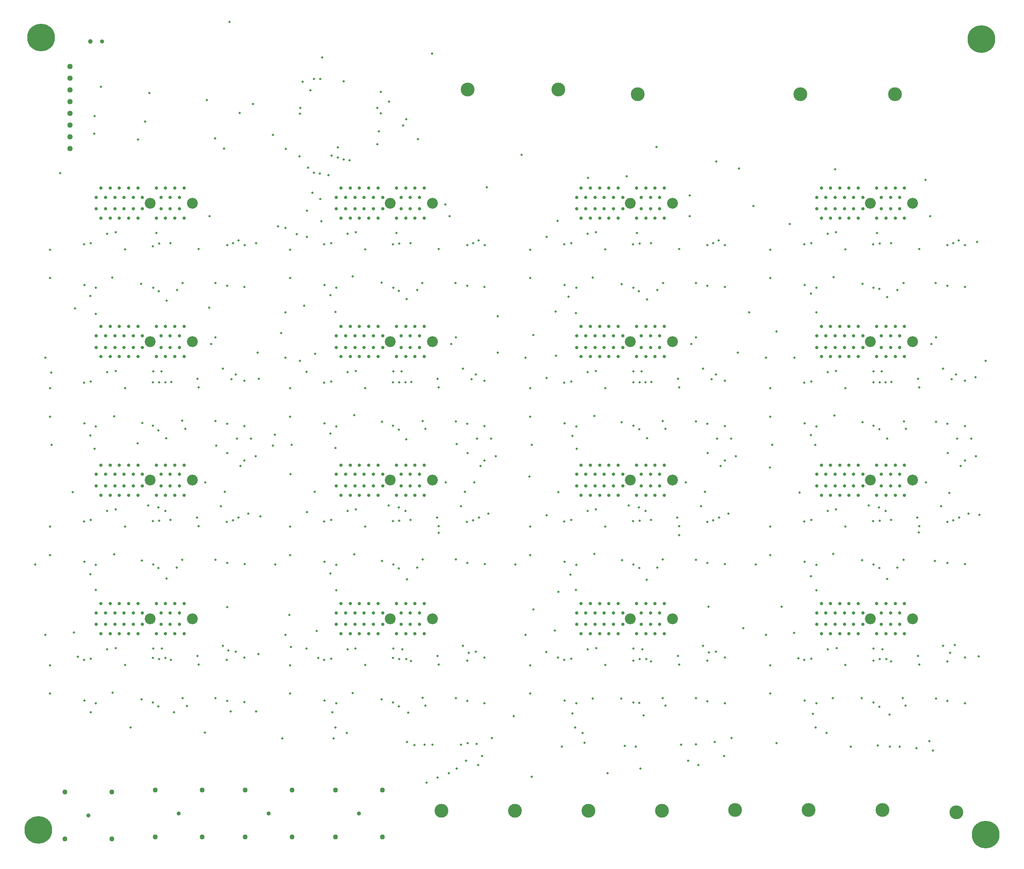
<source format=gbr>
G04 Generated by Ultiboard 13.0 *
%FSLAX34Y34*%
%MOMM*%

%ADD11C,3.0000*%
%ADD12C,0.7000*%
%ADD13C,2.3500*%
%ADD14C,0.5000*%
%ADD15C,0.9949*%
%ADD16C,0.8890*%
%ADD17C,1.1810*%
%ADD18C,1.1006*%
%ADD19C,6.0000*%


G04 ColorRGB 000000 for the following layer *
%LNDrill-Copper Top-Copper Bottom*%
%LPD*%
G54D11*
X1290000Y890000D03*
X921688Y900000D03*
X1642013Y890000D03*
X1846938Y890000D03*
X1117838Y900000D03*
X864276Y-661790D03*
X1023671Y-661790D03*
X1183066Y-661790D03*
X1342460Y-661790D03*
X1500605Y-660540D03*
X1660000Y-660540D03*
X1819395Y-660540D03*
X1980040Y-665460D03*
G54D12*
X137195Y641445D03*
X147195Y621445D03*
X157195Y641445D03*
X167195Y621445D03*
X177195Y641445D03*
X187195Y621445D03*
X197195Y641445D03*
X207195Y621445D03*
X217195Y641445D03*
X267195Y621445D03*
X247195Y621445D03*
X257195Y641445D03*
X287195Y621445D03*
X277195Y641445D03*
X307195Y621445D03*
X297195Y641445D03*
X117195Y666445D03*
X137195Y666445D03*
X157195Y666445D03*
X177195Y666445D03*
X197195Y666445D03*
X217195Y666445D03*
X257195Y666445D03*
X277195Y666445D03*
X297195Y666445D03*
X127195Y686445D03*
X147195Y686445D03*
X167195Y686445D03*
X187195Y686445D03*
X207195Y686445D03*
X247195Y686445D03*
X267195Y686445D03*
X287195Y686445D03*
X307195Y686445D03*
X117195Y641445D03*
X127195Y621445D03*
X137195Y41445D03*
X147195Y21445D03*
X157195Y41445D03*
X167195Y21445D03*
X177195Y41445D03*
X187195Y21445D03*
X197195Y41445D03*
X207195Y21445D03*
X217195Y41445D03*
X267195Y21445D03*
X247195Y21445D03*
X257195Y41445D03*
X287195Y21445D03*
X277195Y41445D03*
X307195Y21445D03*
X297195Y41445D03*
X117195Y66445D03*
X137195Y66445D03*
X157195Y66445D03*
X177195Y66445D03*
X197195Y66445D03*
X217195Y66445D03*
X257195Y66445D03*
X277195Y66445D03*
X297195Y66445D03*
X127195Y86445D03*
X147195Y86445D03*
X167195Y86445D03*
X187195Y86445D03*
X207195Y86445D03*
X247195Y86445D03*
X267195Y86445D03*
X287195Y86445D03*
X307195Y86445D03*
X117195Y41445D03*
X127195Y21445D03*
X137195Y341445D03*
X147195Y321445D03*
X157195Y341445D03*
X167195Y321445D03*
X177195Y341445D03*
X187195Y321445D03*
X197195Y341445D03*
X207195Y321445D03*
X217195Y341445D03*
X267195Y321445D03*
X247195Y321445D03*
X257195Y341445D03*
X287195Y321445D03*
X277195Y341445D03*
X307195Y321445D03*
X297195Y341445D03*
X117195Y366445D03*
X137195Y366445D03*
X157195Y366445D03*
X177195Y366445D03*
X197195Y366445D03*
X217195Y366445D03*
X257195Y366445D03*
X277195Y366445D03*
X297195Y366445D03*
X127195Y386445D03*
X147195Y386445D03*
X167195Y386445D03*
X187195Y386445D03*
X207195Y386445D03*
X247195Y386445D03*
X267195Y386445D03*
X287195Y386445D03*
X307195Y386445D03*
X117195Y341445D03*
X127195Y321445D03*
X137195Y-258555D03*
X147195Y-278555D03*
X157195Y-258555D03*
X167195Y-278555D03*
X177195Y-258555D03*
X187195Y-278555D03*
X197195Y-258555D03*
X207195Y-278555D03*
X217195Y-258555D03*
X267195Y-278555D03*
X247195Y-278555D03*
X257195Y-258555D03*
X287195Y-278555D03*
X277195Y-258555D03*
X307195Y-278555D03*
X297195Y-258555D03*
X117195Y-233555D03*
X137195Y-233555D03*
X157195Y-233555D03*
X177195Y-233555D03*
X197195Y-233555D03*
X217195Y-233555D03*
X257195Y-233555D03*
X277195Y-233555D03*
X297195Y-233555D03*
X127195Y-213555D03*
X147195Y-213555D03*
X167195Y-213555D03*
X187195Y-213555D03*
X207195Y-213555D03*
X247195Y-213555D03*
X267195Y-213555D03*
X287195Y-213555D03*
X307195Y-213555D03*
X117195Y-258555D03*
X127195Y-278555D03*
X657195Y641445D03*
X667195Y621445D03*
X677195Y641445D03*
X687195Y621445D03*
X697195Y641445D03*
X707195Y621445D03*
X717195Y641445D03*
X727195Y621445D03*
X737195Y641445D03*
X787195Y621445D03*
X767195Y621445D03*
X777195Y641445D03*
X807195Y621445D03*
X797195Y641445D03*
X827195Y621445D03*
X817195Y641445D03*
X637195Y666445D03*
X657195Y666445D03*
X677195Y666445D03*
X697195Y666445D03*
X717195Y666445D03*
X737195Y666445D03*
X777195Y666445D03*
X797195Y666445D03*
X817195Y666445D03*
X647195Y686445D03*
X667195Y686445D03*
X687195Y686445D03*
X707195Y686445D03*
X727195Y686445D03*
X767195Y686445D03*
X787195Y686445D03*
X807195Y686445D03*
X827195Y686445D03*
X637195Y641445D03*
X647195Y621445D03*
X657195Y341445D03*
X667195Y321445D03*
X677195Y341445D03*
X687195Y321445D03*
X697195Y341445D03*
X707195Y321445D03*
X717195Y341445D03*
X727195Y321445D03*
X737195Y341445D03*
X787195Y321445D03*
X767195Y321445D03*
X777195Y341445D03*
X807195Y321445D03*
X797195Y341445D03*
X827195Y321445D03*
X817195Y341445D03*
X637195Y366445D03*
X657195Y366445D03*
X677195Y366445D03*
X697195Y366445D03*
X717195Y366445D03*
X737195Y366445D03*
X777195Y366445D03*
X797195Y366445D03*
X817195Y366445D03*
X647195Y386445D03*
X667195Y386445D03*
X687195Y386445D03*
X707195Y386445D03*
X727195Y386445D03*
X767195Y386445D03*
X787195Y386445D03*
X807195Y386445D03*
X827195Y386445D03*
X637195Y341445D03*
X647195Y321445D03*
X657195Y41445D03*
X667195Y21445D03*
X677195Y41445D03*
X687195Y21445D03*
X697195Y41445D03*
X707195Y21445D03*
X717195Y41445D03*
X727195Y21445D03*
X737195Y41445D03*
X787195Y21445D03*
X767195Y21445D03*
X777195Y41445D03*
X807195Y21445D03*
X797195Y41445D03*
X827195Y21445D03*
X817195Y41445D03*
X637195Y66445D03*
X657195Y66445D03*
X677195Y66445D03*
X697195Y66445D03*
X717195Y66445D03*
X737195Y66445D03*
X777195Y66445D03*
X797195Y66445D03*
X817195Y66445D03*
X647195Y86445D03*
X667195Y86445D03*
X687195Y86445D03*
X707195Y86445D03*
X727195Y86445D03*
X767195Y86445D03*
X787195Y86445D03*
X807195Y86445D03*
X827195Y86445D03*
X637195Y41445D03*
X647195Y21445D03*
X657195Y-258555D03*
X667195Y-278555D03*
X677195Y-258555D03*
X687195Y-278555D03*
X697195Y-258555D03*
X707195Y-278555D03*
X717195Y-258555D03*
X727195Y-278555D03*
X737195Y-258555D03*
X787195Y-278555D03*
X767195Y-278555D03*
X777195Y-258555D03*
X807195Y-278555D03*
X797195Y-258555D03*
X827195Y-278555D03*
X817195Y-258555D03*
X637195Y-233555D03*
X657195Y-233555D03*
X677195Y-233555D03*
X697195Y-233555D03*
X717195Y-233555D03*
X737195Y-233555D03*
X777195Y-233555D03*
X797195Y-233555D03*
X817195Y-233555D03*
X647195Y-213555D03*
X667195Y-213555D03*
X687195Y-213555D03*
X707195Y-213555D03*
X727195Y-213555D03*
X767195Y-213555D03*
X787195Y-213555D03*
X807195Y-213555D03*
X827195Y-213555D03*
X637195Y-258555D03*
X647195Y-278555D03*
X1177195Y341445D03*
X1187195Y321445D03*
X1197195Y341445D03*
X1207195Y321445D03*
X1217195Y341445D03*
X1227195Y321445D03*
X1237195Y341445D03*
X1247195Y321445D03*
X1257195Y341445D03*
X1307195Y321445D03*
X1287195Y321445D03*
X1297195Y341445D03*
X1327195Y321445D03*
X1317195Y341445D03*
X1347195Y321445D03*
X1337195Y341445D03*
X1157195Y366445D03*
X1177195Y366445D03*
X1197195Y366445D03*
X1217195Y366445D03*
X1237195Y366445D03*
X1257195Y366445D03*
X1297195Y366445D03*
X1317195Y366445D03*
X1337195Y366445D03*
X1167195Y386445D03*
X1187195Y386445D03*
X1207195Y386445D03*
X1227195Y386445D03*
X1247195Y386445D03*
X1287195Y386445D03*
X1307195Y386445D03*
X1327195Y386445D03*
X1347195Y386445D03*
X1157195Y341445D03*
X1167195Y321445D03*
X1177195Y41445D03*
X1187195Y21445D03*
X1197195Y41445D03*
X1207195Y21445D03*
X1217195Y41445D03*
X1227195Y21445D03*
X1237195Y41445D03*
X1247195Y21445D03*
X1257195Y41445D03*
X1307195Y21445D03*
X1287195Y21445D03*
X1297195Y41445D03*
X1327195Y21445D03*
X1317195Y41445D03*
X1347195Y21445D03*
X1337195Y41445D03*
X1157195Y66445D03*
X1177195Y66445D03*
X1197195Y66445D03*
X1217195Y66445D03*
X1237195Y66445D03*
X1257195Y66445D03*
X1297195Y66445D03*
X1317195Y66445D03*
X1337195Y66445D03*
X1167195Y86445D03*
X1187195Y86445D03*
X1207195Y86445D03*
X1227195Y86445D03*
X1247195Y86445D03*
X1287195Y86445D03*
X1307195Y86445D03*
X1327195Y86445D03*
X1347195Y86445D03*
X1157195Y41445D03*
X1167195Y21445D03*
X1177195Y-258555D03*
X1187195Y-278555D03*
X1197195Y-258555D03*
X1207195Y-278555D03*
X1217195Y-258555D03*
X1227195Y-278555D03*
X1237195Y-258555D03*
X1247195Y-278555D03*
X1257195Y-258555D03*
X1307195Y-278555D03*
X1287195Y-278555D03*
X1297195Y-258555D03*
X1327195Y-278555D03*
X1317195Y-258555D03*
X1347195Y-278555D03*
X1337195Y-258555D03*
X1157195Y-233555D03*
X1177195Y-233555D03*
X1197195Y-233555D03*
X1217195Y-233555D03*
X1237195Y-233555D03*
X1257195Y-233555D03*
X1297195Y-233555D03*
X1317195Y-233555D03*
X1337195Y-233555D03*
X1167195Y-213555D03*
X1187195Y-213555D03*
X1207195Y-213555D03*
X1227195Y-213555D03*
X1247195Y-213555D03*
X1287195Y-213555D03*
X1307195Y-213555D03*
X1327195Y-213555D03*
X1347195Y-213555D03*
X1157195Y-258555D03*
X1167195Y-278555D03*
X1177195Y641445D03*
X1187195Y621445D03*
X1197195Y641445D03*
X1207195Y621445D03*
X1217195Y641445D03*
X1227195Y621445D03*
X1237195Y641445D03*
X1247195Y621445D03*
X1257195Y641445D03*
X1307195Y621445D03*
X1287195Y621445D03*
X1297195Y641445D03*
X1327195Y621445D03*
X1317195Y641445D03*
X1347195Y621445D03*
X1337195Y641445D03*
X1157195Y666445D03*
X1177195Y666445D03*
X1197195Y666445D03*
X1217195Y666445D03*
X1237195Y666445D03*
X1257195Y666445D03*
X1297195Y666445D03*
X1317195Y666445D03*
X1337195Y666445D03*
X1167195Y686445D03*
X1187195Y686445D03*
X1207195Y686445D03*
X1227195Y686445D03*
X1247195Y686445D03*
X1287195Y686445D03*
X1307195Y686445D03*
X1327195Y686445D03*
X1347195Y686445D03*
X1157195Y641445D03*
X1167195Y621445D03*
X1697195Y341445D03*
X1707195Y321445D03*
X1717195Y341445D03*
X1727195Y321445D03*
X1737195Y341445D03*
X1747195Y321445D03*
X1757195Y341445D03*
X1767195Y321445D03*
X1777195Y341445D03*
X1827195Y321445D03*
X1807195Y321445D03*
X1817195Y341445D03*
X1847195Y321445D03*
X1837195Y341445D03*
X1867195Y321445D03*
X1857195Y341445D03*
X1677195Y366445D03*
X1697195Y366445D03*
X1717195Y366445D03*
X1737195Y366445D03*
X1757195Y366445D03*
X1777195Y366445D03*
X1817195Y366445D03*
X1837195Y366445D03*
X1857195Y366445D03*
X1687195Y386445D03*
X1707195Y386445D03*
X1727195Y386445D03*
X1747195Y386445D03*
X1767195Y386445D03*
X1807195Y386445D03*
X1827195Y386445D03*
X1847195Y386445D03*
X1867195Y386445D03*
X1677195Y341445D03*
X1687195Y321445D03*
X1697195Y41445D03*
X1707195Y21445D03*
X1717195Y41445D03*
X1727195Y21445D03*
X1737195Y41445D03*
X1747195Y21445D03*
X1757195Y41445D03*
X1767195Y21445D03*
X1777195Y41445D03*
X1827195Y21445D03*
X1807195Y21445D03*
X1817195Y41445D03*
X1847195Y21445D03*
X1837195Y41445D03*
X1867195Y21445D03*
X1857195Y41445D03*
X1677195Y66445D03*
X1697195Y66445D03*
X1717195Y66445D03*
X1737195Y66445D03*
X1757195Y66445D03*
X1777195Y66445D03*
X1817195Y66445D03*
X1837195Y66445D03*
X1857195Y66445D03*
X1687195Y86445D03*
X1707195Y86445D03*
X1727195Y86445D03*
X1747195Y86445D03*
X1767195Y86445D03*
X1807195Y86445D03*
X1827195Y86445D03*
X1847195Y86445D03*
X1867195Y86445D03*
X1677195Y41445D03*
X1687195Y21445D03*
X1697195Y-258555D03*
X1707195Y-278555D03*
X1717195Y-258555D03*
X1727195Y-278555D03*
X1737195Y-258555D03*
X1747195Y-278555D03*
X1757195Y-258555D03*
X1767195Y-278555D03*
X1777195Y-258555D03*
X1827195Y-278555D03*
X1807195Y-278555D03*
X1817195Y-258555D03*
X1847195Y-278555D03*
X1837195Y-258555D03*
X1867195Y-278555D03*
X1857195Y-258555D03*
X1677195Y-233555D03*
X1697195Y-233555D03*
X1717195Y-233555D03*
X1737195Y-233555D03*
X1757195Y-233555D03*
X1777195Y-233555D03*
X1817195Y-233555D03*
X1837195Y-233555D03*
X1857195Y-233555D03*
X1687195Y-213555D03*
X1707195Y-213555D03*
X1727195Y-213555D03*
X1747195Y-213555D03*
X1767195Y-213555D03*
X1807195Y-213555D03*
X1827195Y-213555D03*
X1847195Y-213555D03*
X1867195Y-213555D03*
X1677195Y-258555D03*
X1687195Y-278555D03*
X1697195Y641445D03*
X1707195Y621445D03*
X1717195Y641445D03*
X1727195Y621445D03*
X1737195Y641445D03*
X1747195Y621445D03*
X1757195Y641445D03*
X1767195Y621445D03*
X1777195Y641445D03*
X1827195Y621445D03*
X1807195Y621445D03*
X1817195Y641445D03*
X1847195Y621445D03*
X1837195Y641445D03*
X1867195Y621445D03*
X1857195Y641445D03*
X1677195Y666445D03*
X1697195Y666445D03*
X1717195Y666445D03*
X1737195Y666445D03*
X1757195Y666445D03*
X1777195Y666445D03*
X1817195Y666445D03*
X1837195Y666445D03*
X1857195Y666445D03*
X1687195Y686445D03*
X1707195Y686445D03*
X1727195Y686445D03*
X1747195Y686445D03*
X1767195Y686445D03*
X1807195Y686445D03*
X1827195Y686445D03*
X1847195Y686445D03*
X1867195Y686445D03*
X1677195Y641445D03*
X1687195Y621445D03*
G54D13*
X233695Y653945D03*
X325195Y653945D03*
X233695Y53945D03*
X325195Y53945D03*
X233695Y353945D03*
X325195Y353945D03*
X233695Y-246055D03*
X325195Y-246055D03*
X753695Y653945D03*
X845195Y653945D03*
X753695Y353945D03*
X845195Y353945D03*
X753695Y53945D03*
X845195Y53945D03*
X753695Y-246055D03*
X845195Y-246055D03*
X1273695Y353945D03*
X1365195Y353945D03*
X1273695Y53945D03*
X1365195Y53945D03*
X1273695Y-246055D03*
X1365195Y-246055D03*
X1273695Y653945D03*
X1365195Y653945D03*
X1793695Y353945D03*
X1885195Y353945D03*
X1793695Y53945D03*
X1885195Y53945D03*
X1793695Y-246055D03*
X1885195Y-246055D03*
X1793695Y653945D03*
X1885195Y653945D03*
G54D14*
X39000Y718500D03*
X113000Y804500D03*
X127000Y906000D03*
X232000Y892500D03*
X666000Y747000D03*
X374000Y794000D03*
X116500Y-429500D03*
X240000Y-428000D03*
X400500Y-424000D03*
X105500Y-332500D03*
X141000Y-312500D03*
X419000Y-317500D03*
X438000Y-330500D03*
X240500Y-310500D03*
X391000Y-304500D03*
X7000Y-281000D03*
X-15000Y-128500D03*
X116500Y-129500D03*
X105500Y-32500D03*
X239500Y-35000D03*
X278000Y-32500D03*
X141000Y-12500D03*
X266500Y-12500D03*
X335041Y-27000D03*
X446000Y-18500D03*
X230000Y-500D03*
X252000Y-5000D03*
X387000Y-2500D03*
X395500Y28500D03*
X353500Y49000D03*
X429000Y85000D03*
X438000Y96500D03*
X462000Y106000D03*
X401000Y112500D03*
X421500Y143500D03*
X116500Y170500D03*
X240000Y172000D03*
X400500Y176000D03*
X438000Y171000D03*
X105500Y267500D03*
X266500Y266000D03*
X279500Y266500D03*
X141000Y287500D03*
X419000Y282500D03*
X438000Y269500D03*
X240500Y289500D03*
X391000Y295500D03*
X7000Y319000D03*
X375500Y363000D03*
X292000Y465500D03*
X116500Y470500D03*
X400500Y475000D03*
X438000Y472000D03*
X105500Y567500D03*
X278000Y567500D03*
X400500Y563000D03*
X438500Y563000D03*
X141000Y587500D03*
X425000Y573000D03*
X247500Y589000D03*
X636500Y-429500D03*
X920500Y-424000D03*
X958000Y-429000D03*
X536695Y-347055D03*
X625500Y-332500D03*
X773500Y-334000D03*
X661000Y-312500D03*
X939000Y-317500D03*
X760500Y-310500D03*
X911000Y-304500D03*
X527000Y-281000D03*
X505000Y-128500D03*
X636500Y-129500D03*
X536695Y-47055D03*
X625500Y-32500D03*
X759500Y-35000D03*
X773500Y-34000D03*
X798000Y-32500D03*
X933000Y-33000D03*
X661000Y-12500D03*
X786500Y-12500D03*
X855041Y-27000D03*
X966000Y-18500D03*
X750000Y-500D03*
X772000Y-5000D03*
X907000Y-2500D03*
X915500Y28500D03*
X873500Y49000D03*
X949000Y85000D03*
X958000Y96500D03*
X982000Y106000D03*
X921000Y112500D03*
X941500Y143500D03*
X636500Y170500D03*
X760000Y172000D03*
X920500Y176000D03*
X958000Y171000D03*
X536695Y252945D03*
X625500Y267500D03*
X773500Y266000D03*
X786500Y266000D03*
X799500Y266500D03*
X661000Y287500D03*
X939000Y282500D03*
X929500Y272500D03*
X958000Y269500D03*
X760500Y289500D03*
X911000Y295500D03*
X527000Y319000D03*
X885500Y348500D03*
X895500Y363000D03*
X812000Y465500D03*
X636500Y470500D03*
X920500Y475000D03*
X958000Y472000D03*
X536695Y552945D03*
X625500Y567500D03*
X759500Y565000D03*
X773500Y566000D03*
X798000Y567500D03*
X920500Y563000D03*
X933000Y567000D03*
X958500Y563000D03*
X661000Y587500D03*
X945000Y573000D03*
X767500Y589000D03*
X882500Y626000D03*
X1676500Y-429500D03*
X1800000Y-428000D03*
X1960500Y-424000D03*
X1998000Y-429000D03*
X1576695Y-347055D03*
X1665500Y-332500D03*
X1813500Y-334000D03*
X1828500Y-333500D03*
X1701000Y-312500D03*
X1998000Y-330500D03*
X1800500Y-310500D03*
X1951000Y-304500D03*
X1567000Y-281000D03*
X1545000Y-128500D03*
X1676500Y-129500D03*
X1576695Y-47055D03*
X1665500Y-32500D03*
X1799500Y-35000D03*
X1813500Y-34000D03*
X1838000Y-32500D03*
X1973000Y-33000D03*
X1701000Y-12500D03*
X1826500Y-12500D03*
X1895041Y-27000D03*
X2006000Y-18500D03*
X1790000Y-500D03*
X1812000Y-5000D03*
X1947000Y-2500D03*
X1913500Y49000D03*
X1989000Y85000D03*
X1998000Y96500D03*
X2022000Y106000D03*
X1961000Y112500D03*
X1981500Y143500D03*
X1676500Y170500D03*
X1800000Y172000D03*
X1960500Y176000D03*
X1998000Y171000D03*
X1576695Y252945D03*
X1665500Y267500D03*
X1813500Y266000D03*
X1826500Y266000D03*
X1839500Y266500D03*
X1701000Y287500D03*
X1979000Y282500D03*
X1969500Y272500D03*
X1998000Y269500D03*
X1800500Y289500D03*
X1951000Y295500D03*
X1567000Y319000D03*
X1925500Y348500D03*
X1935500Y363000D03*
X1852000Y465500D03*
X1676500Y470500D03*
X1960500Y475000D03*
X1998000Y472000D03*
X1576695Y552945D03*
X1665500Y567500D03*
X1799500Y565000D03*
X1813500Y566000D03*
X1838000Y567500D03*
X1960500Y563000D03*
X1973000Y567000D03*
X1998500Y563000D03*
X1701000Y587500D03*
X1985000Y573000D03*
X1807500Y589000D03*
X1922500Y626000D03*
X1156500Y-429500D03*
X1280000Y-428000D03*
X1478000Y-429000D03*
X1056695Y-347055D03*
X1145500Y-332500D03*
X1293500Y-334000D03*
X1308500Y-333500D03*
X1181000Y-312500D03*
X1459000Y-317500D03*
X1478000Y-330500D03*
X1280500Y-310500D03*
X1431000Y-304500D03*
X1047000Y-281000D03*
X1025000Y-128500D03*
X1156500Y-129500D03*
X1056695Y-47055D03*
X1145500Y-32500D03*
X1279500Y-35000D03*
X1293500Y-34000D03*
X1318000Y-32500D03*
X1453000Y-33000D03*
X1181000Y-12500D03*
X1306500Y-12500D03*
X1375041Y-27000D03*
X1486000Y-18500D03*
X1270000Y-500D03*
X1292000Y-5000D03*
X1427000Y-2500D03*
X1435500Y28500D03*
X1393500Y49000D03*
X1469000Y85000D03*
X1478000Y96500D03*
X1502000Y106000D03*
X1441000Y112500D03*
X1461500Y143500D03*
X1156500Y170500D03*
X1280000Y172000D03*
X1440500Y176000D03*
X1478000Y171000D03*
X1056695Y252945D03*
X1145500Y267500D03*
X1293500Y266000D03*
X1306500Y266000D03*
X1319500Y266500D03*
X1181000Y287500D03*
X1459000Y282500D03*
X1449500Y272500D03*
X1478000Y269500D03*
X1280500Y289500D03*
X1431000Y295500D03*
X1047000Y319000D03*
X1405500Y348500D03*
X1415500Y363000D03*
X1332000Y465500D03*
X1156500Y470500D03*
X1440500Y475000D03*
X1478000Y472000D03*
X1056695Y552945D03*
X1145500Y567500D03*
X1279500Y565000D03*
X1293500Y566000D03*
X1318000Y567500D03*
X1440500Y563000D03*
X1453000Y567000D03*
X1478500Y563000D03*
X1181000Y587500D03*
X1465000Y573000D03*
X1287500Y589000D03*
X1402500Y626000D03*
X1675000Y-482000D03*
X1154500Y-482000D03*
X659500Y-494000D03*
X352500Y-493000D03*
X631000Y-505500D03*
X973500Y-504500D03*
X266500Y-331000D03*
X408500Y-447000D03*
X463500Y-447000D03*
X438000Y-427000D03*
X790000Y-513500D03*
X760000Y-428000D03*
X856000Y-590500D03*
X806000Y-520000D03*
X880500Y-581000D03*
X828500Y-519500D03*
X16695Y-347055D03*
X253500Y-334000D03*
X16695Y-47055D03*
X253500Y-34000D03*
X413000Y-33000D03*
X16695Y252945D03*
X253500Y266000D03*
X409500Y272500D03*
X365500Y348500D03*
X16695Y552945D03*
X253500Y566000D03*
X413000Y567000D03*
X362500Y626000D03*
X403000Y-315000D03*
X788500Y-333500D03*
X898000Y-571000D03*
X845500Y-519500D03*
X924000Y-320000D03*
X918000Y-553500D03*
X906500Y-519500D03*
X944500Y-563000D03*
X921000Y-515500D03*
X953000Y-543500D03*
X940500Y-517500D03*
X832000Y-601500D03*
X1966500Y-320500D03*
X1751000Y-523000D03*
X1477000Y-543500D03*
X1456500Y-513500D03*
X1415500Y-518000D03*
X1398500Y-553500D03*
X1384000Y-519500D03*
X1295500Y-571000D03*
X1285000Y-523500D03*
X1224000Y-580500D03*
X1261500Y-522000D03*
X1174500Y-514500D03*
X1060000Y-588500D03*
X427500Y849500D03*
X1182000Y708500D03*
X1459500Y744500D03*
X1330500Y775500D03*
X1509000Y728500D03*
X1717000Y727000D03*
X602000Y923000D03*
X2028000Y-327500D03*
X1864000Y-418500D03*
X2029500Y-21000D03*
X733000Y894500D03*
X2021500Y277000D03*
X788000Y835500D03*
X2024500Y569500D03*
X1712500Y-418500D03*
X1192000Y-419000D03*
X1344000Y-418000D03*
X1344000Y-118000D03*
X1344000Y182000D03*
X823500Y481000D03*
X824000Y182000D03*
X824000Y-117500D03*
X824000Y-417500D03*
X304000Y481000D03*
X303500Y182500D03*
X303500Y-118500D03*
X304000Y-418000D03*
X1713000Y-105500D03*
X1775500Y-119500D03*
X1776500Y179500D03*
X1715500Y193500D03*
X1776500Y479500D03*
X1714000Y493500D03*
X1255500Y-119500D03*
X1195500Y-105500D03*
X1255000Y179000D03*
X1196000Y193000D03*
X1255000Y478500D03*
X1192500Y492500D03*
X735000Y481500D03*
X672500Y495500D03*
X736000Y180500D03*
X675500Y194500D03*
X735500Y-121000D03*
X675500Y-107000D03*
X735000Y-421000D03*
X672500Y-407000D03*
X215000Y-420500D03*
X152500Y-406500D03*
X216000Y-120500D03*
X155500Y-106500D03*
X216500Y178000D03*
X155500Y192000D03*
X214000Y479000D03*
X151500Y493000D03*
X781500Y822000D03*
X1092500Y580500D03*
X751000Y873500D03*
X1092500Y275000D03*
X640000Y752500D03*
X588500Y922500D03*
X564000Y916500D03*
X1092500Y-22000D03*
X581000Y898000D03*
X1091500Y-318500D03*
X559000Y860500D03*
X725500Y860500D03*
X729000Y809500D03*
X652500Y748500D03*
X588500Y720000D03*
X573500Y580500D03*
X575500Y731000D03*
X526500Y417000D03*
X504000Y152000D03*
X573500Y-15500D03*
X499500Y801500D03*
X500000Y129000D03*
X572500Y-310500D03*
X1344500Y480500D03*
X1865000Y480500D03*
X1935000Y480500D03*
X1866000Y181000D03*
X1865500Y-119000D03*
X1933000Y-121000D03*
X733500Y848500D03*
X726000Y781000D03*
X601000Y718000D03*
X585000Y676000D03*
X463500Y567000D03*
X602500Y663000D03*
X469000Y273500D03*
X510500Y604000D03*
X472500Y-24500D03*
X558000Y847500D03*
X528000Y771500D03*
X527000Y600000D03*
X468000Y-323000D03*
X1809500Y-521000D03*
X1856500Y-523500D03*
X1836000Y-523000D03*
X1921000Y-511500D03*
X1929000Y-531500D03*
X520000Y-505500D03*
X1964000Y26500D03*
X1976500Y-303000D03*
X239500Y560500D03*
X1125500Y-523000D03*
X1830000Y450500D03*
X1310000Y445500D03*
X269000Y442500D03*
X788500Y142000D03*
X1310000Y145000D03*
X1830000Y143500D03*
X269000Y-159500D03*
X790000Y-161000D03*
X1309000Y-162000D03*
X1830000Y-160000D03*
X1834500Y-454000D03*
X1668500Y-452000D03*
X1302000Y-456000D03*
X1148500Y-451000D03*
X793000Y-450000D03*
X628500Y-449000D03*
X105000Y-448500D03*
X1676500Y-184500D03*
X1674000Y130000D03*
X1157500Y122000D03*
X114000Y122000D03*
X1156000Y-183500D03*
X116000Y414000D03*
X635000Y418500D03*
X1156000Y416000D03*
X1676500Y417500D03*
X573500Y637500D03*
X456500Y868250D03*
X1540000Y647500D03*
X1038500Y758500D03*
X1118000Y28000D03*
X1055000Y61500D03*
X1117500Y-188000D03*
X1110000Y-271500D03*
X1063500Y-226000D03*
X535500Y-238000D03*
X537500Y66500D03*
X206500Y133500D03*
X376500Y129000D03*
X898000Y132000D03*
X936000Y49000D03*
X401000Y-221000D03*
X986500Y409000D03*
X1063500Y368000D03*
X1111500Y419000D03*
X517500Y372500D03*
X567000Y432000D03*
X362000Y427500D03*
X71500Y426000D03*
X1531000Y417500D03*
X1590500Y375500D03*
X1576000Y81000D03*
X1601000Y-220000D03*
X1590500Y-515500D03*
X1442500Y-220500D03*
X1518000Y-267000D03*
X20000Y287000D03*
X66000Y28000D03*
X68500Y-276500D03*
X594500Y-273000D03*
X538500Y-307000D03*
X590500Y29000D03*
X591000Y328000D03*
X558000Y312000D03*
X604500Y615000D03*
X551500Y587000D03*
X1116000Y615500D03*
X1112500Y323000D03*
X1628500Y-277000D03*
X1640500Y27000D03*
X1629000Y319000D03*
X1619000Y608500D03*
X557000Y755000D03*
X113500Y842500D03*
X1265500Y712000D03*
X606000Y969000D03*
X1913000Y704000D03*
X653000Y918000D03*
X394000Y772500D03*
X873000Y651000D03*
X1465500Y-27146D03*
X1985500Y-27146D03*
X945500Y-27146D03*
X425500Y-27146D03*
X1170500Y-493500D03*
X1698500Y-493500D03*
X678500Y-311000D03*
X1199500Y-309750D03*
X1720793Y-309707D03*
X159500Y-309750D03*
X679000Y-9500D03*
X1199000Y-9500D03*
X1719000Y-9500D03*
X159000Y-9500D03*
X679000Y290500D03*
X1199000Y290500D03*
X159000Y290500D03*
X1719000Y290500D03*
X679000Y590500D03*
X1199000Y590500D03*
X159000Y590500D03*
X1719000Y590500D03*
X16695Y491445D03*
X91195Y476945D03*
X104075Y452500D03*
X252500Y463468D03*
X1056695Y491445D03*
X16695Y191445D03*
X1576695Y491445D03*
X536695Y491445D03*
X1131195Y476945D03*
X91195Y176945D03*
X1139500Y451000D03*
X104000Y151000D03*
X1651195Y476945D03*
X611195Y476945D03*
X1664500Y458000D03*
X624000Y454500D03*
X1292295Y463205D03*
X251500Y161500D03*
X268500Y144500D03*
X1813000Y468500D03*
X772500Y463860D03*
X1056695Y191445D03*
X789000Y446000D03*
X16695Y-108555D03*
X1576695Y191445D03*
X536695Y191445D03*
X1131195Y176945D03*
X91195Y-123055D03*
X1148500Y149500D03*
X1651195Y176945D03*
X611195Y176945D03*
X104500Y-150000D03*
X1664500Y151500D03*
X623750Y154500D03*
X1293000Y164390D03*
X252000Y-136709D03*
X1813000Y163890D03*
X772500Y163468D03*
X1056695Y-108555D03*
X16695Y-408555D03*
X1576695Y-108555D03*
X536695Y-108555D03*
X1131195Y-123055D03*
X91195Y-423055D03*
X1144250Y-151000D03*
X1651195Y-123055D03*
X611195Y-123055D03*
X1664500Y-154000D03*
X624500Y-148000D03*
X1292780Y-136310D03*
X252000Y-436000D03*
X1812780Y-136310D03*
X772500Y-137000D03*
X285500Y-449000D03*
X1056695Y-408555D03*
X1576695Y-408555D03*
X536695Y-408555D03*
X1131195Y-423055D03*
X1651195Y-423055D03*
X611195Y-423055D03*
X1293000Y-428110D03*
X1812545Y-436545D03*
X772000Y-436000D03*
X222500Y830500D03*
X627000Y756500D03*
X207500Y791500D03*
X356500Y877000D03*
X640000Y775000D03*
X405500Y1046500D03*
X844000Y977500D03*
X813500Y792000D03*
X90695Y564695D03*
X962500Y688000D03*
X1402500Y670890D03*
X339000Y554500D03*
X610695Y564695D03*
X1130695Y564695D03*
X1650695Y564695D03*
X90695Y264695D03*
X859000Y554500D03*
X1379000Y554500D03*
X179500Y553500D03*
X339000Y254500D03*
X610695Y264695D03*
X1899000Y554500D03*
X699500Y553500D03*
X1650695Y264695D03*
X1219500Y553500D03*
X1130695Y264695D03*
X452000Y143500D03*
X859000Y254500D03*
X1379000Y254500D03*
X90695Y-35305D03*
X179500Y253500D03*
X1739500Y553500D03*
X339000Y-45500D03*
X972000Y143500D03*
X1899000Y254500D03*
X1492000Y143500D03*
X610695Y-35305D03*
X699500Y253500D03*
X1219500Y253500D03*
X859000Y-45500D03*
X2012000Y143500D03*
X1650695Y-35305D03*
X1379000Y-45500D03*
X179500Y-46500D03*
X339000Y-345500D03*
X1130695Y-35305D03*
X859000Y-60500D03*
X1379500Y-65500D03*
X1739500Y253500D03*
X90695Y-335305D03*
X1899000Y-45500D03*
X1898500Y-59750D03*
X699500Y-46500D03*
X1219500Y-46500D03*
X179500Y-346500D03*
X610695Y-335305D03*
X1444000Y-319000D03*
X859000Y-345500D03*
X1739500Y-46500D03*
X1650695Y-335305D03*
X1379000Y-345500D03*
X1130695Y-335305D03*
X1899000Y-345500D03*
X699500Y-346500D03*
X1219500Y-346500D03*
X1739500Y-346500D03*
X191500Y-481500D03*
X635000Y-482000D03*
X77500Y-328250D03*
X1637500Y-332000D03*
X1117000Y-330000D03*
X597500Y-331097D03*
X620000Y714500D03*
X375000Y182000D03*
X572500Y288500D03*
X895500Y181500D03*
X1415500Y181500D03*
X1935500Y180500D03*
X375000Y-119000D03*
X895500Y-118000D03*
X1415500Y-118500D03*
X375500Y-418500D03*
X895500Y-418000D03*
X1254000Y-419000D03*
X1415500Y-418500D03*
X1935500Y-419000D03*
X1774500Y-418500D03*
X1493000Y-504500D03*
X1021000Y-457000D03*
X1580500Y130500D03*
X1060500Y130500D03*
X636500Y-185000D03*
X540500Y130500D03*
X116500Y-184000D03*
X635000Y123500D03*
X20500Y130500D03*
X1280500Y-129000D03*
X760500Y-129000D03*
X240500Y-129000D03*
X1800500Y-129000D03*
X1280500Y471000D03*
X760500Y471000D03*
X240500Y471000D03*
X1800500Y471000D03*
X240000Y-331000D03*
X1800000Y-337000D03*
X760000Y-331500D03*
X1280000Y-337250D03*
X240000Y266000D03*
X1800000Y266000D03*
X1280000Y266000D03*
X760000Y266000D03*
X1838500Y-338500D03*
X1318500Y-339000D03*
X278500Y-335500D03*
X1819500Y-312500D03*
X798500Y-338000D03*
X259500Y-310500D03*
X1299500Y-312500D03*
X779500Y-312500D03*
X1818000Y289500D03*
X258000Y289500D03*
X1298000Y289500D03*
X778000Y289500D03*
X313500Y-435000D03*
X1869905Y-434500D03*
X829905Y-434500D03*
X336500Y-327000D03*
X1896500Y-327000D03*
X1349905Y-434500D03*
X856500Y-327000D03*
X291707Y-135500D03*
X1851707Y-135500D03*
X1376500Y-327000D03*
X811707Y-135500D03*
X1331707Y-135500D03*
X310000Y165000D03*
X1870000Y165000D03*
X830000Y165000D03*
X336500Y273000D03*
X1896500Y273000D03*
X1350000Y165000D03*
X856500Y273000D03*
X1376500Y273000D03*
X1421000Y-563500D03*
X1440500Y-425000D03*
X400500Y-125250D03*
X920500Y-125250D03*
X1440500Y-125250D03*
X1960500Y-125250D03*
X1893500Y-526500D03*
X920500Y-337000D03*
X1960500Y-338500D03*
X1440323Y-337177D03*
X400000Y-335000D03*
X920000Y-36750D03*
X1960000Y-36750D03*
X1440000Y-36750D03*
X400000Y-36750D03*
X986500Y330000D03*
X2043500Y312500D03*
X1506500Y330000D03*
X466500Y330000D03*
X957823Y-330177D03*
X1998500Y-127750D03*
X1478500Y-127750D03*
X958500Y-127750D03*
X438500Y-127750D03*
X375500Y480500D03*
X895000Y480500D03*
X1415500Y481000D03*
G54D15*
X104000Y1004000D03*
G54D16*
X129400Y1004000D03*
X295265Y-668290D03*
X490490Y-668290D03*
X685716Y-668290D03*
X100040Y-671960D03*
G54D17*
X60000Y950000D03*
X60000Y924600D03*
X60000Y899200D03*
X60000Y873800D03*
X60000Y848400D03*
X60000Y823000D03*
X60000Y797600D03*
X60000Y772200D03*
G54D18*
X244465Y-617490D03*
X244465Y-719090D03*
X346065Y-617490D03*
X346065Y-719090D03*
X439690Y-617490D03*
X439690Y-719090D03*
X541290Y-617490D03*
X541290Y-719090D03*
X634916Y-617490D03*
X634916Y-719090D03*
X736516Y-617490D03*
X736516Y-719090D03*
X49240Y-621160D03*
X49240Y-722760D03*
X150840Y-621160D03*
X150840Y-722760D03*
G54D19*
X2034000Y1009000D03*
X-2000Y1012500D03*
X-8500Y-703500D03*
X2043500Y-713500D03*

M02*

</source>
